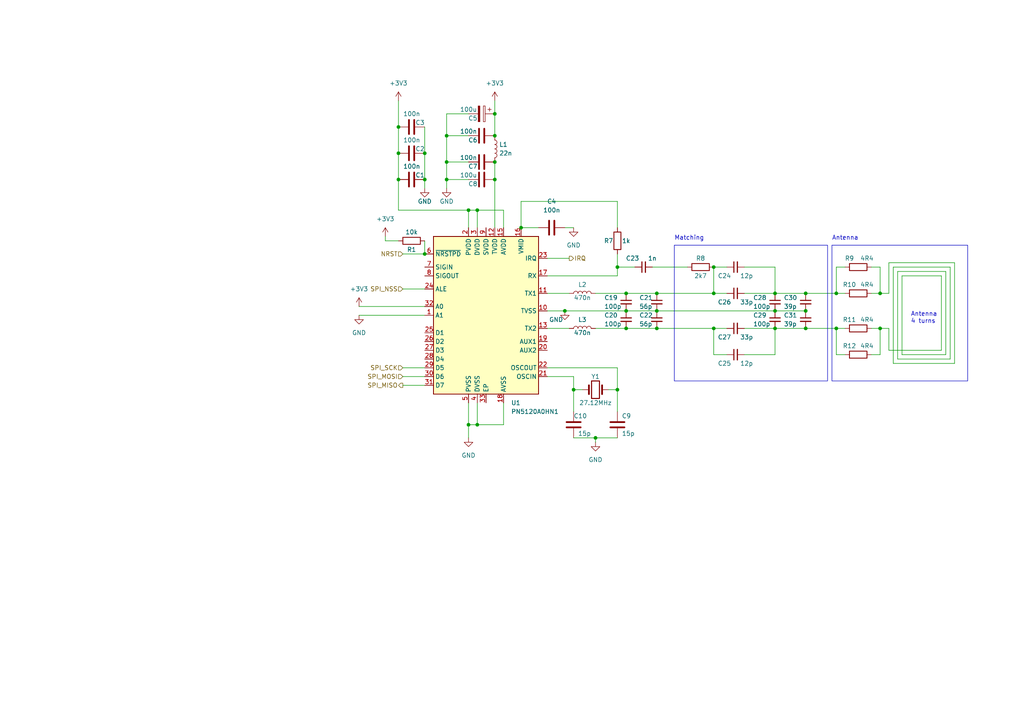
<source format=kicad_sch>
(kicad_sch (version 20230121) (generator eeschema)
  (paper "A4")
  (title_block (title "NFC interface"))
  (lib_symbols
    (symbol "Device:C" (pin_numbers hide) (pin_names (offset 0.254))
      (property "Reference" "C" (at 0.635 2.54 0))
      (property "Value" "C" (at 0.635 -2.54 0))
      (symbol "C_0_1"
        (polyline (pts (xy -2.032 -0.762) (xy 2.032 -0.762)) (stroke (width 0.508)))
        (polyline (pts (xy -2.032 0.762) (xy 2.032 0.762)) (stroke (width 0.508)))
      )
      (symbol "C_1_1"
        (pin passive line (at 0 3.81 270) (length 2.794) (name "~") (number "1"))
        (pin passive line (at 0 -3.81 90) (length 2.794) (name "~") (number "2"))
      )
    )
    (symbol "Device:C_Polarized" (pin_numbers hide) (pin_names (offset 0.254))
      (property "Reference" "C" (at 0.635 2.54 0))
      (property "Value" "C_Polarized" (at 0.635 -2.54 0))
      (symbol "C_Polarized_0_1"
        (rectangle (start -2.286 0.508) (end 2.286 1.016))
        (polyline (pts (xy -1.778 2.286) (xy -0.762 2.286)))
        (polyline (pts (xy -1.27 2.794) (xy -1.27 1.778)))
        (rectangle (start 2.286 -0.508) (end -2.286 -1.016) (fill (type outline)))
      )
      (symbol "C_Polarized_1_1"
        (pin passive line (at 0 3.81 270) (length 2.794) (name "~") (number "1"))
        (pin passive line (at 0 -3.81 90) (length 2.794) (name "~") (number "2"))
      )
    )
    (symbol "Device:C_Small" (pin_numbers hide) (pin_names (offset 0.254) hide)
      (property "Reference" "C" (at 0.254 1.778 0))
      (property "Value" "C_Small" (at 0.254 -2.032 0))
      (symbol "C_Small_0_1"
        (polyline (pts (xy -1.524 -0.508) (xy 1.524 -0.508)) (stroke (width 0.3302)))
        (polyline (pts (xy -1.524 0.508) (xy 1.524 0.508)) (stroke (width 0.3048)))
      )
      (symbol "C_Small_1_1"
        (pin passive line (at 0 2.54 270) (length 2.032) (name "~") (number "1"))
        (pin passive line (at 0 -2.54 90) (length 2.032) (name "~") (number "2"))
      )
    )
    (symbol "Device:Crystal" (pin_numbers hide) (pin_names (offset 1.016) hide)
      (property "Reference" "Y" (at 0 3.81 0))
      (property "Value" "Crystal" (at 0 -3.81 0))
      (symbol "Crystal_0_1"
        (rectangle (start -1.143 2.54) (end 1.143 -2.54) (stroke (width 0.3048)))
        (polyline (pts (xy -2.54 0) (xy -1.905 0)))
        (polyline (pts (xy -1.905 -1.27) (xy -1.905 1.27)) (stroke (width 0.508)))
        (polyline (pts (xy 1.905 -1.27) (xy 1.905 1.27)) (stroke (width 0.508)))
        (polyline (pts (xy 2.54 0) (xy 1.905 0)))
      )
      (symbol "Crystal_1_1"
        (pin passive line (at -3.81 0 0) (length 1.27) (name "1") (number "1"))
        (pin passive line (at 3.81 0 180) (length 1.27) (name "2") (number "2"))
      )
    )
    (symbol "Device:L" (pin_numbers hide) (pin_names (offset 1.016) hide)
      (property "Reference" "L" (at -1.27 0 90))
      (property "Value" "L" (at 1.905 0 90))
      (symbol "L_0_1"
        (arc (start 0 -2.54) (mid 0.6323 -1.905) (end 0 -1.27))
        (arc (start 0 -1.27) (mid 0.6323 -0.635) (end 0 0))
        (arc (start 0 0) (mid 0.6323 0.635) (end 0 1.27))
        (arc (start 0 1.27) (mid 0.6323 1.905) (end 0 2.54))
      )
      (symbol "L_1_1"
        (pin passive line (at 0 3.81 270) (length 1.27) (name "1") (number "1"))
        (pin passive line (at 0 -3.81 90) (length 1.27) (name "2") (number "2"))
      )
    )
    (symbol "Device:R" (pin_numbers hide) (pin_names (offset 0))
      (property "Reference" "R" (at 2.032 0 90))
      (property "Value" "R" (at 0 0 90))
      (symbol "R_0_1"
        (rectangle (start -1.016 -2.54) (end 1.016 2.54) (stroke (width 0.254)))
      )
      (symbol "R_1_1"
        (pin passive line (at 0 3.81 270) (length 1.27) (name "~") (number "1"))
        (pin passive line (at 0 -3.81 90) (length 1.27) (name "~") (number "2"))
      )
    )
    (symbol "RF_RFID:PN5120A0HN1"
      (property "Reference" "U1" (at 7.2741 -25.4 0))
      (property "Value" "PN5120A0HN1" (at 7.2741 -27.94 0))
      (symbol "PN5120A0HN1_0_1"
        (rectangle (start -15.24 22.86) (end 15.24 -22.86) (stroke (width 0.254)) (fill (type background)))
      )
      (symbol "PN5120A0HN1_1_1"
        (pin input line (at -17.78 0 0) (length 2.54) (name "A1") (number "1"))
        (pin power_in line (at 17.78 1.27 180) (length 2.54) (name "TVSS") (number "10"))
        (pin output line (at 17.78 6.35 180) (length 2.54) (name "TX1") (number "11"))
        (pin power_in line (at 2.54 25.4 270) (length 2.54) (name "TVDD") (number "12"))
        (pin output line (at 17.78 -3.81 180) (length 2.54) (name "TX2") (number "13"))
        (pin passive line (at 2.54 -25.4 90) (length 2.54) hide (name "TVSS") (number "14"))
        (pin power_in line (at 5.08 25.4 270) (length 2.54) (name "AVDD") (number "15"))
        (pin power_out line (at 10.16 25.4 270) (length 2.54) (name "VMID") (number "16"))
        (pin input line (at 17.78 11.43 180) (length 2.54) (name "RX") (number "17"))
        (pin power_in line (at 5.08 -25.4 90) (length 2.54) (name "AVSS") (number "18"))
        (pin output line (at 17.78 -7.62 180) (length 2.54) (name "AUX1") (number "19"))
        (pin power_in line (at -5.08 25.4 270) (length 2.54) (name "PVDD") (number "2"))
        (pin output line (at 17.78 -10.16 180) (length 2.54) (name "AUX2") (number "20"))
        (pin input line (at 17.78 -17.78 180) (length 2.54) (name "OSCIN") (number "21"))
        (pin output line (at 17.78 -15.24 180) (length 2.54) (name "OSCOUT") (number "22"))
        (pin output line (at 17.78 16.51 180) (length 2.54) (name "IRQ") (number "23"))
        (pin input line (at -17.78 7.62 0) (length 2.54) (name "ALE") (number "24"))
        (pin bidirectional line (at -17.78 -5.08 0) (length 2.54) (name "D1") (number "25"))
        (pin bidirectional line (at -17.78 -7.62 0) (length 2.54) (name "D2") (number "26"))
        (pin bidirectional line (at -17.78 -10.16 0) (length 2.54) (name "D3") (number "27"))
        (pin bidirectional line (at -17.78 -12.7 0) (length 2.54) (name "D4") (number "28"))
        (pin bidirectional line (at -17.78 -15.24 0) (length 2.54) (name "D5") (number "29"))
        (pin power_in line (at -2.54 25.4 270) (length 2.54) (name "DVDD") (number "3"))
        (pin bidirectional line (at -17.78 -17.78 0) (length 2.54) (name "D6") (number "30"))
        (pin bidirectional line (at -17.78 -20.32 0) (length 2.54) (name "D7") (number "31"))
        (pin input line (at -17.78 2.54 0) (length 2.54) (name "A0") (number "32"))
        (pin passive line (at 0 -25.4 90) (length 2.54) (name "EP") (number "33"))
        (pin power_in line (at -2.54 -25.4 90) (length 2.54) (name "DVSS") (number "4"))
        (pin power_in line (at -5.08 -25.4 90) (length 2.54) (name "PVSS") (number "5"))
        (pin input line (at -17.78 17.78 0) (length 2.54) (name "~{NRSTPD}") (number "6"))
        (pin input line (at -17.78 13.97 0) (length 2.54) (name "SIGIN") (number "7"))
        (pin output line (at -17.78 11.43 0) (length 2.54) (name "SIGOUT") (number "8"))
        (pin power_in line (at 0 25.4 270) (length 2.54) (name "SVDD") (number "9"))
      )
    )
    (symbol "power:+3V3" (power) (pin_names (offset 0))
      (property "Value" "+3V3" (at 0 3.556 0))
      (symbol "+3V3_0_1"
        (polyline (pts (xy -0.762 1.27) (xy 0 2.54)))
        (polyline (pts (xy 0 0) (xy 0 2.54)))
        (polyline (pts (xy 0 2.54) (xy 0.762 1.27)))
      )
      (symbol "+3V3_1_1"
        (pin power_in line (at 0 0 90) (length 0) hide (name "+3V3") (number "1"))
      )
    )
    (symbol "power:GND" (power) (pin_names (offset 0))
      (property "Value" "GND" (at 0 -3.81 0))
      (symbol "GND_0_1"
        (polyline (pts (xy 0 0) (xy 0 -1.27) (xy 1.27 -1.27) (xy 0 -2.54) (xy -1.27 -1.27) (xy 0 -1.27)))
      )
      (symbol "GND_1_1"
        (pin power_in line (at 0 0 270) (length 0) hide (name "GND") (number "1"))
      )
    )
  )
  (junction (at 179.07 113.03))
  (junction (at 123.19 52.07))
  (junction (at 115.57 36.83))
  (junction (at 224.79 90.17))
  (junction (at 224.79 85.09))
  (junction (at 190.5 95.25))
  (junction (at 190.5 85.09))
  (junction (at 143.51 39.37))
  (junction (at 151.13 66.04))
  (junction (at 115.57 52.07))
  (junction (at 181.61 95.25))
  (junction (at 224.79 95.25))
  (junction (at 129.54 46.99))
  (junction (at 207.01 85.09))
  (junction (at 138.43 123.19))
  (junction (at 242.57 95.25))
  (junction (at 190.5 90.17))
  (junction (at 143.51 46.99))
  (junction (at 179.07 77.47))
  (junction (at 138.43 60.96))
  (junction (at 233.68 85.09))
  (junction (at 166.37 113.03))
  (junction (at 233.68 90.17))
  (junction (at 233.68 95.25))
  (junction (at 129.54 39.37))
  (junction (at 123.19 73.66))
  (junction (at 143.51 52.07))
  (junction (at 255.27 95.25))
  (junction (at 207.01 95.25))
  (junction (at 255.27 85.09))
  (junction (at 163.83 90.17))
  (junction (at 123.19 44.45))
  (junction (at 135.89 60.96))
  (junction (at 129.54 52.07))
  (junction (at 143.51 33.02))
  (junction (at 135.89 123.19))
  (junction (at 207.01 77.47))
  (junction (at 181.61 90.17))
  (junction (at 242.57 85.09))
  (junction (at 115.57 44.45))
  (junction (at 172.72 127))
  (junction (at 181.61 85.09))
  (wire (pts (xy 156.21 66.04) (xy 151.13 66.04)))
  (wire (pts (xy 207.01 95.25) (xy 207.01 102.87)))
  (wire (pts (xy 210.82 95.25) (xy 207.01 95.25)))
  (wire (pts (xy 143.51 52.07) (xy 143.51 66.04)))
  (wire (pts (xy 179.07 77.47) (xy 179.07 73.66)))
  (wire (pts (xy 138.43 123.19) (xy 146.05 123.19)))
  (wire (pts (xy 190.5 95.25) (xy 207.01 95.25)))
  (wire (pts (xy 257.81 95.25) (xy 255.27 95.25)))
  (wire (pts (xy 259.08 105.41) (xy 259.08 77.47)))
  (wire (pts (xy 252.73 85.09) (xy 255.27 85.09)))
  (wire (pts (xy 274.32 102.87) (xy 261.62 102.87)))
  (wire (pts (xy 181.61 85.09) (xy 190.5 85.09)))
  (wire (pts (xy 138.43 66.04) (xy 138.43 60.96)))
  (wire (pts (xy 224.79 90.17) (xy 233.68 90.17)))
  (wire (pts (xy 276.86 76.2) (xy 276.86 105.41)))
  (wire (pts (xy 138.43 60.96) (xy 135.89 60.96)))
  (wire (pts (xy 116.84 109.22) (xy 123.19 109.22)))
  (wire (pts (xy 179.07 58.42) (xy 179.07 66.04)))
  (wire (pts (xy 138.43 123.19) (xy 135.89 123.19)))
  (wire (pts (xy 245.11 77.47) (xy 242.57 77.47)))
  (wire (pts (xy 207.01 102.87) (xy 210.82 102.87)))
  (wire (pts (xy 135.89 52.07) (xy 129.54 52.07)))
  (wire (pts (xy 255.27 85.09) (xy 257.81 85.09)))
  (wire (pts (xy 252.73 77.47) (xy 255.27 77.47)))
  (wire (pts (xy 146.05 116.84) (xy 146.05 123.19)))
  (wire (pts (xy 257.81 101.6) (xy 257.81 95.25)))
  (wire (pts (xy 129.54 39.37) (xy 135.89 39.37)))
  (wire (pts (xy 143.51 33.02) (xy 143.51 39.37)))
  (wire (pts (xy 166.37 113.03) (xy 166.37 119.38)))
  (wire (pts (xy 151.13 66.04) (xy 151.13 58.42)))
  (wire (pts (xy 179.07 77.47) (xy 184.15 77.47)))
  (wire (pts (xy 259.08 105.41) (xy 276.86 105.41)))
  (wire (pts (xy 215.9 85.09) (xy 224.79 85.09)))
  (wire (pts (xy 135.89 116.84) (xy 135.89 123.19)))
  (wire (pts (xy 135.89 60.96) (xy 115.57 60.96)))
  (wire (pts (xy 172.72 127) (xy 179.07 127)))
  (wire (pts (xy 135.89 33.02) (xy 129.54 33.02)))
  (wire (pts (xy 224.79 85.09) (xy 233.68 85.09)))
  (wire (pts (xy 190.5 90.17) (xy 224.79 90.17)))
  (wire (pts (xy 115.57 44.45) (xy 115.57 36.83)))
  (wire (pts (xy 158.75 109.22) (xy 166.37 109.22)))
  (wire (pts (xy 104.14 91.44) (xy 123.19 91.44)))
  (wire (pts (xy 143.51 46.99) (xy 143.51 52.07)))
  (wire (pts (xy 116.84 73.66) (xy 123.19 73.66)))
  (wire (pts (xy 115.57 60.96) (xy 115.57 52.07)))
  (wire (pts (xy 242.57 102.87) (xy 242.57 95.25)))
  (wire (pts (xy 129.54 46.99) (xy 129.54 52.07)))
  (wire (pts (xy 224.79 95.25) (xy 233.68 95.25)))
  (wire (pts (xy 181.61 95.25) (xy 190.5 95.25)))
  (wire (pts (xy 138.43 60.96) (xy 146.05 60.96)))
  (wire (pts (xy 255.27 102.87) (xy 255.27 95.25)))
  (wire (pts (xy 176.53 113.03) (xy 179.07 113.03)))
  (wire (pts (xy 129.54 46.99) (xy 135.89 46.99)))
  (wire (pts (xy 166.37 113.03) (xy 168.91 113.03)))
  (wire (pts (xy 242.57 85.09) (xy 245.11 85.09)))
  (wire (pts (xy 158.75 90.17) (xy 163.83 90.17)))
  (wire (pts (xy 172.72 128.27) (xy 172.72 127)))
  (wire (pts (xy 257.81 85.09) (xy 257.81 76.2)))
  (wire (pts (xy 129.54 54.61) (xy 129.54 52.07)))
  (wire (pts (xy 115.57 52.07) (xy 115.57 44.45)))
  (wire (pts (xy 123.19 44.45) (xy 123.19 36.83)))
  (wire (pts (xy 104.14 88.9) (xy 123.19 88.9)))
  (wire (pts (xy 233.68 85.09) (xy 242.57 85.09)))
  (wire (pts (xy 138.43 116.84) (xy 138.43 123.19)))
  (wire (pts (xy 116.84 111.76) (xy 123.19 111.76)))
  (wire (pts (xy 190.5 85.09) (xy 207.01 85.09)))
  (wire (pts (xy 245.11 102.87) (xy 242.57 102.87)))
  (wire (pts (xy 273.05 101.6) (xy 257.81 101.6)))
  (wire (pts (xy 189.23 77.47) (xy 199.39 77.47)))
  (wire (pts (xy 179.07 77.47) (xy 179.07 80.01)))
  (wire (pts (xy 135.89 123.19) (xy 135.89 127)))
  (wire (pts (xy 146.05 66.04) (xy 146.05 60.96)))
  (wire (pts (xy 111.76 69.85) (xy 115.57 69.85)))
  (wire (pts (xy 115.57 29.21) (xy 115.57 36.83)))
  (wire (pts (xy 261.62 80.01) (xy 273.05 80.01)))
  (wire (pts (xy 252.73 102.87) (xy 255.27 102.87)))
  (wire (pts (xy 165.1 85.09) (xy 158.75 85.09)))
  (wire (pts (xy 233.68 95.25) (xy 242.57 95.25)))
  (wire (pts (xy 158.75 106.68) (xy 179.07 106.68)))
  (wire (pts (xy 123.19 52.07) (xy 123.19 44.45)))
  (wire (pts (xy 274.32 78.74) (xy 274.32 102.87)))
  (wire (pts (xy 172.72 85.09) (xy 181.61 85.09)))
  (wire (pts (xy 242.57 95.25) (xy 245.11 95.25)))
  (wire (pts (xy 215.9 95.25) (xy 224.79 95.25)))
  (wire (pts (xy 257.81 76.2) (xy 276.86 76.2)))
  (wire (pts (xy 135.89 60.96) (xy 135.89 66.04)))
  (wire (pts (xy 163.83 90.17) (xy 181.61 90.17)))
  (wire (pts (xy 210.82 85.09) (xy 207.01 85.09)))
  (wire (pts (xy 166.37 66.04) (xy 163.83 66.04)))
  (wire (pts (xy 116.84 83.82) (xy 123.19 83.82)))
  (wire (pts (xy 129.54 39.37) (xy 129.54 46.99)))
  (wire (pts (xy 260.35 78.74) (xy 274.32 78.74)))
  (wire (pts (xy 255.27 95.25) (xy 252.73 95.25)))
  (wire (pts (xy 207.01 85.09) (xy 207.01 77.47)))
  (wire (pts (xy 166.37 127) (xy 172.72 127)))
  (wire (pts (xy 143.51 29.21) (xy 143.51 33.02)))
  (wire (pts (xy 165.1 74.93) (xy 158.75 74.93)))
  (wire (pts (xy 111.76 68.58) (xy 111.76 69.85)))
  (wire (pts (xy 275.59 104.14) (xy 260.35 104.14)))
  (wire (pts (xy 151.13 58.42) (xy 179.07 58.42)))
  (wire (pts (xy 259.08 77.47) (xy 275.59 77.47)))
  (wire (pts (xy 116.84 106.68) (xy 123.19 106.68)))
  (wire (pts (xy 215.9 102.87) (xy 224.79 102.87)))
  (wire (pts (xy 224.79 77.47) (xy 224.79 85.09)))
  (wire (pts (xy 261.62 102.87) (xy 261.62 80.01)))
  (wire (pts (xy 260.35 104.14) (xy 260.35 78.74)))
  (wire (pts (xy 165.1 95.25) (xy 158.75 95.25)))
  (wire (pts (xy 224.79 102.87) (xy 224.79 95.25)))
  (wire (pts (xy 129.54 33.02) (xy 129.54 39.37)))
  (wire (pts (xy 275.59 77.47) (xy 275.59 104.14)))
  (wire (pts (xy 179.07 113.03) (xy 179.07 119.38)))
  (wire (pts (xy 172.72 95.25) (xy 181.61 95.25)))
  (wire (pts (xy 273.05 80.01) (xy 273.05 101.6)))
  (wire (pts (xy 123.19 69.85) (xy 123.19 73.66)))
  (wire (pts (xy 255.27 85.09) (xy 255.27 77.47)))
  (wire (pts (xy 123.19 54.61) (xy 123.19 52.07)))
  (wire (pts (xy 207.01 77.47) (xy 210.82 77.47)))
  (wire (pts (xy 215.9 77.47) (xy 224.79 77.47)))
  (wire (pts (xy 181.61 90.17) (xy 190.5 90.17)))
  (wire (pts (xy 179.07 106.68) (xy 179.07 113.03)))
  (wire (pts (xy 166.37 109.22) (xy 166.37 113.03)))
  (wire (pts (xy 158.75 80.01) (xy 179.07 80.01)))
  (wire (pts (xy 242.57 77.47) (xy 242.57 85.09)))
  (rectangle (start 241.3 71.12) (end 280.67 110.49))
  (rectangle (start 195.58 71.12) (end 240.03 110.49))
  (text "Matching" (at 195.58 69.85 0) (effects (font (size 1.27 1.27)) (justify left bottom)))
  (text "Antenna\n4 turns" (at 264.16 93.98 0) (effects (font (size 1.27 1.27)) (justify left bottom)))
  (text "Antenna\n" (at 241.3 69.85 0) (effects (font (size 1.27 1.27)) (justify left bottom)))
  (hierarchical_label "SPI_MOSI" (shape input) (at 116.84 109.22 180))
  (hierarchical_label "NRST" (shape input) (at 116.84 73.66 180))
  (hierarchical_label "SPI_SCK" (shape input) (at 116.84 106.68 180))
  (hierarchical_label "SPI_NSS" (shape input) (at 116.84 83.82 180))
  (hierarchical_label "SPI_MISO" (shape output) (at 116.84 111.76 180))
  (hierarchical_label "IRQ" (shape output) (at 165.1 74.93 0))
  (symbol (lib_id "Device:R") (at 248.92 95.25 90) (unit 1)
    (property "Reference" "R11" (at 246.38 92.71 90))
    (property "Value" "4R4" (at 251.46 92.71 90))
  )
  (symbol (lib_id "power:+3V3") (at 111.76 68.58 0) (unit 1)
    (property "Reference" "#PWR09" (effects hide))
    (property "Value" "+3V3" (at 111.76 63.5 0))
  )
  (symbol (lib_id "power:+3V3") (at 104.14 88.9 0) (unit 1)
    (property "Reference" "#PWR05" (effects hide))
    (property "Value" "+3V3" (at 104.14 83.82 0))
  )
  (symbol (lib_id "Device:R") (at 248.92 102.87 90) (unit 1)
    (property "Reference" "R12" (at 246.38 100.33 90))
    (property "Value" "4R4" (at 251.46 100.33 90))
  )
  (symbol (lib_id "power:GND") (at 129.54 54.61 0) (unit 1)
    (property "Reference" "#PWR08" (effects hide))
    (property "Value" "GND" (at 129.54 58.42 0))
  )
  (symbol (lib_id "Device:C_Small") (at 213.36 95.25 90) (unit 1)
    (property "Reference" "C27" (at 212.09 97.79 90) (effects (justify left)))
    (property "Value" "33p" (at 218.44 97.79 90) (effects (justify left)))
  )
  (symbol (lib_id "Device:L") (at 168.91 95.25 90) (unit 1)
    (property "Reference" "L3" (at 168.91 92.71 90))
    (property "Value" "470n" (at 168.91 96.52 90))
  )
  (symbol (lib_id "Device:C") (at 139.7 46.99 90) (unit 1)
    (property "Reference" "C7" (at 137.16 48.26 90))
    (property "Value" "100n" (at 135.89 45.72 90))
  )
  (symbol (lib_id "power:GND") (at 104.14 91.44 0) (unit 1)
    (property "Reference" "#PWR04" (effects hide))
    (property "Value" "GND" (at 104.14 96.52 0))
  )
  (symbol (lib_id "power:GND") (at 123.19 54.61 0) (unit 1)
    (property "Reference" "#PWR03" (effects hide))
    (property "Value" "GND" (at 123.19 58.42 0))
  )
  (symbol (lib_id "Device:C_Small") (at 190.5 92.71 0) (unit 1)
    (property "Reference" "C22" (at 185.42 91.44 0) (effects (justify left)))
    (property "Value" "56p" (at 185.42 93.98 0) (effects (justify left)))
  )
  (symbol (lib_id "Device:C_Small") (at 224.79 87.63 0) (unit 1)
    (property "Reference" "C28" (at 218.44 86.36 0) (effects (justify left)))
    (property "Value" "100p" (at 218.44 88.9 0) (effects (justify left)))
  )
  (symbol (lib_id "Device:C") (at 139.7 52.07 90) (unit 1)
    (property "Reference" "C8" (at 137.16 53.34 90))
    (property "Value" "100u" (at 135.89 50.8 90))
  )
  (symbol (lib_id "Device:C_Small") (at 224.79 92.71 0) (unit 1)
    (property "Reference" "C29" (at 218.44 91.44 0) (effects (justify left)))
    (property "Value" "100p" (at 218.44 93.98 0) (effects (justify left)))
  )
  (symbol (lib_id "Device:C") (at 119.38 52.07 90) (unit 1)
    (property "Reference" "C1" (at 123.19 50.8 90) (effects (justify left)))
    (property "Value" "100n" (at 121.92 48.26 90) (effects (justify left)))
  )
  (symbol (lib_id "Device:C_Small") (at 213.36 85.09 90) (unit 1)
    (property "Reference" "C26" (at 212.09 87.63 90) (effects (justify left)))
    (property "Value" "33p" (at 218.44 87.63 90) (effects (justify left)))
  )
  (symbol (lib_id "power:GND") (at 166.37 66.04 0) (unit 1)
    (property "Reference" "#PWR06" (effects hide))
    (property "Value" "GND" (at 166.37 71.12 0))
  )
  (symbol (lib_id "Device:R") (at 203.2 77.47 270) (unit 1)
    (property "Reference" "R8" (at 203.2 74.93 90))
    (property "Value" "2k7" (at 203.2 80.01 90))
  )
  (symbol (lib_id "Device:C_Small") (at 233.68 92.71 0) (unit 1)
    (property "Reference" "C31" (at 227.33 91.44 0) (effects (justify left)))
    (property "Value" "39p" (at 227.33 93.98 0) (effects (justify left)))
  )
  (symbol (lib_id "power:+3V3") (at 143.51 29.21 0) (unit 1)
    (property "Reference" "#PWR07" (effects hide))
    (property "Value" "+3V3" (at 143.51 24.13 0))
  )
  (symbol (lib_id "Device:L") (at 168.91 85.09 90) (unit 1)
    (property "Reference" "L2" (at 168.91 82.55 90))
    (property "Value" "470n" (at 168.91 86.36 90))
  )
  (symbol (lib_id "Device:R") (at 248.92 85.09 90) (unit 1)
    (property "Reference" "R10" (at 246.38 82.55 90))
    (property "Value" "4R4" (at 251.46 82.55 90))
  )
  (symbol (lib_id "Device:C") (at 160.02 66.04 90) (unit 1)
    (property "Reference" "C4" (at 160.02 58.42 90))
    (property "Value" "100n" (at 160.02 60.96 90))
  )
  (symbol (lib_id "Device:C_Small") (at 213.36 102.87 90) (unit 1)
    (property "Reference" "C25" (at 212.09 105.41 90) (effects (justify left)))
    (property "Value" "12p" (at 218.44 105.41 90) (effects (justify left)))
  )
  (symbol (lib_id "RF_RFID:PN5120A0HN1") (at 140.97 91.44 0) (unit 1)
    (property "Reference" "U1" (at 148.2441 116.84 0) (effects (justify left)))
    (property "Value" "PN5120A0HN1" (at 148.2441 119.38 0) (effects (justify left)))
    (property "Footprint" "Package_DFN_QFN:HVQFN-32-1EP_5x5mm_P0.5mm_EP3.1x3.1mm" (effects hide))
    (property "Datasheet" "https://www.nxp.com/docs/en/data-sheet/PN512.pdf" (effects hide))
  )
  (symbol (lib_id "Device:C_Small") (at 190.5 87.63 0) (unit 1)
    (property "Reference" "C21" (at 185.42 86.36 0) (effects (justify left)))
    (property "Value" "56p" (at 185.42 88.9 0) (effects (justify left)))
  )
  (symbol (lib_id "Device:C") (at 139.7 39.37 90) (unit 1)
    (property "Reference" "C6" (at 137.16 40.64 90))
    (property "Value" "100n" (at 135.89 38.1 90))
  )
  (symbol (lib_id "Device:C_Small") (at 233.68 87.63 0) (unit 1)
    (property "Reference" "C30" (at 227.33 86.36 0) (effects (justify left)))
    (property "Value" "39p" (at 227.33 88.9 0) (effects (justify left)))
  )
  (symbol (lib_id "Device:R") (at 248.92 77.47 90) (unit 1)
    (property "Reference" "R9" (at 246.38 74.93 90))
    (property "Value" "4R4" (at 251.46 74.93 90))
  )
  (symbol (lib_id "Device:C_Small") (at 181.61 87.63 0) (unit 1)
    (property "Reference" "C19" (at 175.26 86.36 0) (effects (justify left)))
    (property "Value" "100p" (at 175.26 88.9 0) (effects (justify left)))
  )
  (symbol (lib_id "Device:C_Small") (at 181.61 92.71 0) (unit 1)
    (property "Reference" "C20" (at 175.26 91.44 0) (effects (justify left)))
    (property "Value" "100p" (at 175.26 93.98 0) (effects (justify left)))
  )
  (symbol (lib_id "Device:Crystal") (at 172.72 113.03 0) (unit 1)
    (property "Reference" "Y1" (at 172.72 109.22 0))
    (property "Value" "27.12MHz" (at 172.72 116.84 0))
  )
  (symbol (lib_id "Device:C") (at 166.37 123.19 0) (unit 1)
    (property "Reference" "C10" (at 166.37 120.65 0) (effects (justify left)))
    (property "Value" "15p" (at 167.64 125.73 0) (effects (justify left)))
  )
  (symbol (lib_id "Device:C_Small") (at 213.36 77.47 90) (unit 1)
    (property "Reference" "C24" (at 212.09 80.01 90) (effects (justify left)))
    (property "Value" "12p" (at 218.44 80.01 90) (effects (justify left)))
  )
  (symbol (lib_id "Device:R") (at 179.07 69.85 180) (unit 1)
    (property "Reference" "R7" (at 176.53 69.85 0))
    (property "Value" "1k" (at 181.61 69.85 0))
  )
  (symbol (lib_id "Device:R") (at 119.38 69.85 270) (unit 1)
    (property "Reference" "R1" (at 119.38 72.39 90))
    (property "Value" "10k" (at 119.38 67.31 90))
  )
  (symbol (lib_id "power:GND") (at 172.72 128.27 0) (unit 1)
    (property "Reference" "#PWR010" (effects hide))
    (property "Value" "GND" (at 172.72 133.35 0))
  )
  (symbol (lib_id "Device:C_Small") (at 186.69 77.47 90) (unit 1)
    (property "Reference" "C23" (at 185.42 74.93 90) (effects (justify left)))
    (property "Value" "1n" (at 190.5 74.93 90) (effects (justify left)))
  )
  (symbol (lib_id "Device:C_Polarized") (at 139.7 33.02 270) (unit 1)
    (property "Reference" "C5" (at 137.16 34.29 90))
    (property "Value" "100u" (at 135.89 31.75 90))
  )
  (symbol (lib_id "power:+3V3") (at 115.57 29.21 0) (unit 1)
    (property "Reference" "#PWR01" (effects hide))
    (property "Value" "+3V3" (at 115.57 24.13 0))
  )
  (symbol (lib_id "power:GND") (at 135.89 127 0) (unit 1)
    (property "Reference" "#PWR02" (effects hide))
    (property "Value" "GND" (at 135.89 132.08 0))
  )
  (symbol (lib_id "Device:C") (at 179.07 123.19 0) (unit 1)
    (property "Reference" "C9" (at 180.34 120.65 0) (effects (justify left)))
    (property "Value" "15p" (at 180.34 125.73 0) (effects (justify left)))
  )
  (symbol (lib_id "Device:C") (at 119.38 36.83 90) (unit 1)
    (property "Reference" "C3" (at 123.19 35.56 90) (effects (justify left)))
    (property "Value" "100n" (at 121.92 33.02 90) (effects (justify left)))
  )
  (symbol (lib_id "Device:C") (at 119.38 44.45 90) (unit 1)
    (property "Reference" "C2" (at 123.19 43.18 90) (effects (justify left)))
    (property "Value" "100n" (at 121.92 40.64 90) (effects (justify left)))
  )
  (symbol (lib_id "Device:L") (at 143.51 43.18 0) (unit 1)
    (property "Reference" "L1" (at 144.78 41.91 0) (effects (justify left)))
    (property "Value" "22n" (at 144.78 44.45 0) (effects (justify left)))
  )
  (symbol (lib_id "power:GND") (at 163.83 90.17 0) (unit 1)
    (property "Reference" "#PWR037" (effects hide))
    (property "Value" "GND" (at 161.29 92.71 0))
  )
)
</source>
